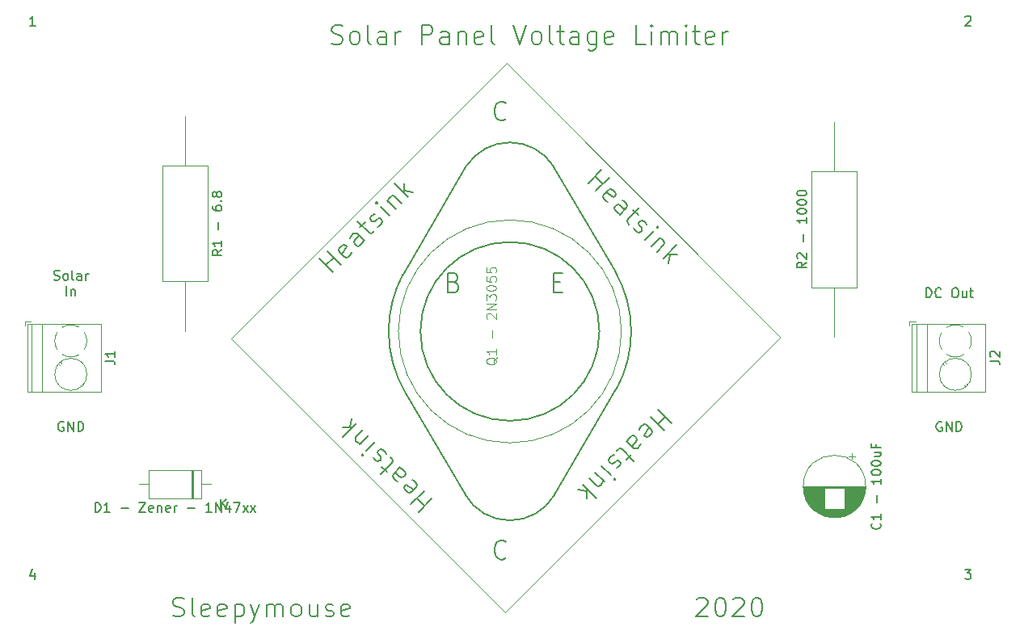
<source format=gbr>
G04 #@! TF.GenerationSoftware,KiCad,Pcbnew,(5.1.5)-3*
G04 #@! TF.CreationDate,2020-09-01T19:36:17+01:00*
G04 #@! TF.ProjectId,solarVoltageLimiter,736f6c61-7256-46f6-9c74-6167654c696d,1.0.1*
G04 #@! TF.SameCoordinates,Original*
G04 #@! TF.FileFunction,Legend,Top*
G04 #@! TF.FilePolarity,Positive*
%FSLAX46Y46*%
G04 Gerber Fmt 4.6, Leading zero omitted, Abs format (unit mm)*
G04 Created by KiCad (PCBNEW (5.1.5)-3) date 2020-09-01 19:36:17*
%MOMM*%
%LPD*%
G04 APERTURE LIST*
%ADD10C,0.150000*%
%ADD11C,0.120000*%
%ADD12C,0.050800*%
%ADD13C,0.152400*%
%ADD14C,0.015000*%
G04 APERTURE END LIST*
D10*
X117815060Y-102535533D02*
X116400846Y-103949747D01*
X117074281Y-103276312D02*
X116266159Y-102468190D01*
X117006938Y-101727411D02*
X115592724Y-103141625D01*
X115727411Y-100582572D02*
X115929442Y-100649915D01*
X116198816Y-100919289D01*
X116266159Y-101121320D01*
X116198816Y-101323350D01*
X115660068Y-101862098D01*
X115458037Y-101929442D01*
X115256007Y-101862098D01*
X114986633Y-101592724D01*
X114919289Y-101390694D01*
X114986633Y-101188663D01*
X115121320Y-101053976D01*
X115929442Y-101592724D01*
X114515228Y-99235702D02*
X113774450Y-99976480D01*
X113707106Y-100178511D01*
X113774450Y-100380541D01*
X114043824Y-100649915D01*
X114245854Y-100717259D01*
X114447885Y-99303045D02*
X114649915Y-99370389D01*
X114986633Y-99707106D01*
X115053976Y-99909137D01*
X114986633Y-100111167D01*
X114851946Y-100245854D01*
X114649915Y-100313198D01*
X114447885Y-100245854D01*
X114111167Y-99909137D01*
X113909137Y-99841793D01*
X113101015Y-99707106D02*
X112562267Y-99168358D01*
X112427580Y-99976480D02*
X113639763Y-98764297D01*
X113707106Y-98562267D01*
X113639763Y-98360236D01*
X113505076Y-98225549D01*
X113033671Y-97888832D02*
X112966328Y-97686801D01*
X112696954Y-97417427D01*
X112494923Y-97350084D01*
X112292893Y-97417427D01*
X112225549Y-97484771D01*
X112158206Y-97686801D01*
X112225549Y-97888832D01*
X112427580Y-98090862D01*
X112494923Y-98292893D01*
X112427580Y-98494923D01*
X112360236Y-98562267D01*
X112158206Y-98629610D01*
X111956175Y-98562267D01*
X111754145Y-98360236D01*
X111686801Y-98158206D01*
X111888832Y-96609305D02*
X110946023Y-97552114D01*
X110474618Y-98023519D02*
X110609305Y-98023519D01*
X110609305Y-97888832D01*
X110474618Y-97888832D01*
X110474618Y-98023519D01*
X110609305Y-97888832D01*
X110272588Y-96878679D02*
X111215397Y-95935870D01*
X110407275Y-96743992D02*
X110272588Y-96743992D01*
X110070557Y-96676649D01*
X109868527Y-96474618D01*
X109801183Y-96272588D01*
X109868527Y-96070557D01*
X110609305Y-95329779D01*
X109935870Y-94656344D02*
X108521657Y-96070557D01*
X109262435Y-95060405D02*
X109397122Y-94117596D01*
X108454313Y-95060405D02*
X109531809Y-95060405D01*
X134184939Y-69464466D02*
X135599153Y-68050252D01*
X134925718Y-68723687D02*
X135733840Y-69531809D01*
X134993061Y-70272588D02*
X136407275Y-68858374D01*
X136272588Y-71417427D02*
X136070557Y-71350084D01*
X135801183Y-71080710D01*
X135733840Y-70878679D01*
X135801183Y-70676649D01*
X136339931Y-70137901D01*
X136541962Y-70070557D01*
X136743992Y-70137901D01*
X137013366Y-70407275D01*
X137080710Y-70609305D01*
X137013366Y-70811336D01*
X136878679Y-70946023D01*
X136070557Y-70407275D01*
X137484771Y-72764297D02*
X138225549Y-72023519D01*
X138292893Y-71821488D01*
X138225549Y-71619458D01*
X137956175Y-71350084D01*
X137754145Y-71282740D01*
X137552114Y-72696954D02*
X137350084Y-72629610D01*
X137013366Y-72292893D01*
X136946023Y-72090862D01*
X137013366Y-71888832D01*
X137148053Y-71754145D01*
X137350084Y-71686801D01*
X137552114Y-71754145D01*
X137888832Y-72090862D01*
X138090862Y-72158206D01*
X138898984Y-72292893D02*
X139437732Y-72831641D01*
X139572419Y-72023519D02*
X138360236Y-73235702D01*
X138292893Y-73437732D01*
X138360236Y-73639763D01*
X138494923Y-73774450D01*
X138966328Y-74111167D02*
X139033671Y-74313198D01*
X139303045Y-74582572D01*
X139505076Y-74649915D01*
X139707106Y-74582572D01*
X139774450Y-74515228D01*
X139841793Y-74313198D01*
X139774450Y-74111167D01*
X139572419Y-73909137D01*
X139505076Y-73707106D01*
X139572419Y-73505076D01*
X139639763Y-73437732D01*
X139841793Y-73370389D01*
X140043824Y-73437732D01*
X140245854Y-73639763D01*
X140313198Y-73841793D01*
X140111167Y-75390694D02*
X141053976Y-74447885D01*
X141525381Y-73976480D02*
X141390694Y-73976480D01*
X141390694Y-74111167D01*
X141525381Y-74111167D01*
X141525381Y-73976480D01*
X141390694Y-74111167D01*
X141727411Y-75121320D02*
X140784602Y-76064129D01*
X141592724Y-75256007D02*
X141727411Y-75256007D01*
X141929442Y-75323350D01*
X142131472Y-75525381D01*
X142198816Y-75727411D01*
X142131472Y-75929442D01*
X141390694Y-76670220D01*
X142064129Y-77343655D02*
X143478342Y-75929442D01*
X142737564Y-76939594D02*
X142602877Y-77882403D01*
X143545686Y-76939594D02*
X142468190Y-76939594D01*
X141535533Y-93184939D02*
X142949747Y-94599153D01*
X142276312Y-93925718D02*
X141468190Y-94733840D01*
X140727411Y-93993061D02*
X142141625Y-95407275D01*
X139582572Y-95272588D02*
X139649915Y-95070557D01*
X139919289Y-94801183D01*
X140121320Y-94733840D01*
X140323350Y-94801183D01*
X140862098Y-95339931D01*
X140929442Y-95541962D01*
X140862098Y-95743992D01*
X140592724Y-96013366D01*
X140390694Y-96080710D01*
X140188663Y-96013366D01*
X140053976Y-95878679D01*
X140592724Y-95070557D01*
X138235702Y-96484771D02*
X138976480Y-97225549D01*
X139178511Y-97292893D01*
X139380541Y-97225549D01*
X139649915Y-96956175D01*
X139717259Y-96754145D01*
X138303045Y-96552114D02*
X138370389Y-96350084D01*
X138707106Y-96013366D01*
X138909137Y-95946023D01*
X139111167Y-96013366D01*
X139245854Y-96148053D01*
X139313198Y-96350084D01*
X139245854Y-96552114D01*
X138909137Y-96888832D01*
X138841793Y-97090862D01*
X138707106Y-97898984D02*
X138168358Y-98437732D01*
X138976480Y-98572419D02*
X137764297Y-97360236D01*
X137562267Y-97292893D01*
X137360236Y-97360236D01*
X137225549Y-97494923D01*
X136888832Y-97966328D02*
X136686801Y-98033671D01*
X136417427Y-98303045D01*
X136350084Y-98505076D01*
X136417427Y-98707106D01*
X136484771Y-98774450D01*
X136686801Y-98841793D01*
X136888832Y-98774450D01*
X137090862Y-98572419D01*
X137292893Y-98505076D01*
X137494923Y-98572419D01*
X137562267Y-98639763D01*
X137629610Y-98841793D01*
X137562267Y-99043824D01*
X137360236Y-99245854D01*
X137158206Y-99313198D01*
X135609305Y-99111167D02*
X136552114Y-100053976D01*
X137023519Y-100525381D02*
X137023519Y-100390694D01*
X136888832Y-100390694D01*
X136888832Y-100525381D01*
X137023519Y-100525381D01*
X136888832Y-100390694D01*
X135878679Y-100727411D02*
X134935870Y-99784602D01*
X135743992Y-100592724D02*
X135743992Y-100727411D01*
X135676649Y-100929442D01*
X135474618Y-101131472D01*
X135272588Y-101198816D01*
X135070557Y-101131472D01*
X134329779Y-100390694D01*
X133656344Y-101064129D02*
X135070557Y-102478342D01*
X134060405Y-101737564D02*
X133117596Y-101602877D01*
X134060405Y-102545686D02*
X134060405Y-101468190D01*
X107464466Y-78815060D02*
X106050252Y-77400846D01*
X106723687Y-78074281D02*
X107531809Y-77266159D01*
X108272588Y-78006938D02*
X106858374Y-76592724D01*
X109417427Y-76727411D02*
X109350084Y-76929442D01*
X109080710Y-77198816D01*
X108878679Y-77266159D01*
X108676649Y-77198816D01*
X108137901Y-76660068D01*
X108070557Y-76458037D01*
X108137901Y-76256007D01*
X108407275Y-75986633D01*
X108609305Y-75919289D01*
X108811336Y-75986633D01*
X108946023Y-76121320D01*
X108407275Y-76929442D01*
X110764297Y-75515228D02*
X110023519Y-74774450D01*
X109821488Y-74707106D01*
X109619458Y-74774450D01*
X109350084Y-75043824D01*
X109282740Y-75245854D01*
X110696954Y-75447885D02*
X110629610Y-75649915D01*
X110292893Y-75986633D01*
X110090862Y-76053976D01*
X109888832Y-75986633D01*
X109754145Y-75851946D01*
X109686801Y-75649915D01*
X109754145Y-75447885D01*
X110090862Y-75111167D01*
X110158206Y-74909137D01*
X110292893Y-74101015D02*
X110831641Y-73562267D01*
X110023519Y-73427580D02*
X111235702Y-74639763D01*
X111437732Y-74707106D01*
X111639763Y-74639763D01*
X111774450Y-74505076D01*
X112111167Y-74033671D02*
X112313198Y-73966328D01*
X112582572Y-73696954D01*
X112649915Y-73494923D01*
X112582572Y-73292893D01*
X112515228Y-73225549D01*
X112313198Y-73158206D01*
X112111167Y-73225549D01*
X111909137Y-73427580D01*
X111707106Y-73494923D01*
X111505076Y-73427580D01*
X111437732Y-73360236D01*
X111370389Y-73158206D01*
X111437732Y-72956175D01*
X111639763Y-72754145D01*
X111841793Y-72686801D01*
X113390694Y-72888832D02*
X112447885Y-71946023D01*
X111976480Y-71474618D02*
X111976480Y-71609305D01*
X112111167Y-71609305D01*
X112111167Y-71474618D01*
X111976480Y-71474618D01*
X112111167Y-71609305D01*
X113121320Y-71272588D02*
X114064129Y-72215397D01*
X113256007Y-71407275D02*
X113256007Y-71272588D01*
X113323350Y-71070557D01*
X113525381Y-70868527D01*
X113727411Y-70801183D01*
X113929442Y-70868527D01*
X114670220Y-71609305D01*
X115343655Y-70935870D02*
X113929442Y-69521657D01*
X114939594Y-70262435D02*
X115882403Y-70397122D01*
X114939594Y-69454313D02*
X114939594Y-70531809D01*
X107333333Y-54809523D02*
X107619047Y-54904761D01*
X108095238Y-54904761D01*
X108285714Y-54809523D01*
X108380952Y-54714285D01*
X108476190Y-54523809D01*
X108476190Y-54333333D01*
X108380952Y-54142857D01*
X108285714Y-54047619D01*
X108095238Y-53952380D01*
X107714285Y-53857142D01*
X107523809Y-53761904D01*
X107428571Y-53666666D01*
X107333333Y-53476190D01*
X107333333Y-53285714D01*
X107428571Y-53095238D01*
X107523809Y-53000000D01*
X107714285Y-52904761D01*
X108190476Y-52904761D01*
X108476190Y-53000000D01*
X109619047Y-54904761D02*
X109428571Y-54809523D01*
X109333333Y-54714285D01*
X109238095Y-54523809D01*
X109238095Y-53952380D01*
X109333333Y-53761904D01*
X109428571Y-53666666D01*
X109619047Y-53571428D01*
X109904761Y-53571428D01*
X110095238Y-53666666D01*
X110190476Y-53761904D01*
X110285714Y-53952380D01*
X110285714Y-54523809D01*
X110190476Y-54714285D01*
X110095238Y-54809523D01*
X109904761Y-54904761D01*
X109619047Y-54904761D01*
X111428571Y-54904761D02*
X111238095Y-54809523D01*
X111142857Y-54619047D01*
X111142857Y-52904761D01*
X113047619Y-54904761D02*
X113047619Y-53857142D01*
X112952380Y-53666666D01*
X112761904Y-53571428D01*
X112380952Y-53571428D01*
X112190476Y-53666666D01*
X113047619Y-54809523D02*
X112857142Y-54904761D01*
X112380952Y-54904761D01*
X112190476Y-54809523D01*
X112095238Y-54619047D01*
X112095238Y-54428571D01*
X112190476Y-54238095D01*
X112380952Y-54142857D01*
X112857142Y-54142857D01*
X113047619Y-54047619D01*
X114000000Y-54904761D02*
X114000000Y-53571428D01*
X114000000Y-53952380D02*
X114095238Y-53761904D01*
X114190476Y-53666666D01*
X114380952Y-53571428D01*
X114571428Y-53571428D01*
X116761904Y-54904761D02*
X116761904Y-52904761D01*
X117523809Y-52904761D01*
X117714285Y-53000000D01*
X117809523Y-53095238D01*
X117904761Y-53285714D01*
X117904761Y-53571428D01*
X117809523Y-53761904D01*
X117714285Y-53857142D01*
X117523809Y-53952380D01*
X116761904Y-53952380D01*
X119619047Y-54904761D02*
X119619047Y-53857142D01*
X119523809Y-53666666D01*
X119333333Y-53571428D01*
X118952380Y-53571428D01*
X118761904Y-53666666D01*
X119619047Y-54809523D02*
X119428571Y-54904761D01*
X118952380Y-54904761D01*
X118761904Y-54809523D01*
X118666666Y-54619047D01*
X118666666Y-54428571D01*
X118761904Y-54238095D01*
X118952380Y-54142857D01*
X119428571Y-54142857D01*
X119619047Y-54047619D01*
X120571428Y-53571428D02*
X120571428Y-54904761D01*
X120571428Y-53761904D02*
X120666666Y-53666666D01*
X120857142Y-53571428D01*
X121142857Y-53571428D01*
X121333333Y-53666666D01*
X121428571Y-53857142D01*
X121428571Y-54904761D01*
X123142857Y-54809523D02*
X122952380Y-54904761D01*
X122571428Y-54904761D01*
X122380952Y-54809523D01*
X122285714Y-54619047D01*
X122285714Y-53857142D01*
X122380952Y-53666666D01*
X122571428Y-53571428D01*
X122952380Y-53571428D01*
X123142857Y-53666666D01*
X123238095Y-53857142D01*
X123238095Y-54047619D01*
X122285714Y-54238095D01*
X124380952Y-54904761D02*
X124190476Y-54809523D01*
X124095238Y-54619047D01*
X124095238Y-52904761D01*
X126380952Y-52904761D02*
X127047619Y-54904761D01*
X127714285Y-52904761D01*
X128666666Y-54904761D02*
X128476190Y-54809523D01*
X128380952Y-54714285D01*
X128285714Y-54523809D01*
X128285714Y-53952380D01*
X128380952Y-53761904D01*
X128476190Y-53666666D01*
X128666666Y-53571428D01*
X128952380Y-53571428D01*
X129142857Y-53666666D01*
X129238095Y-53761904D01*
X129333333Y-53952380D01*
X129333333Y-54523809D01*
X129238095Y-54714285D01*
X129142857Y-54809523D01*
X128952380Y-54904761D01*
X128666666Y-54904761D01*
X130476190Y-54904761D02*
X130285714Y-54809523D01*
X130190476Y-54619047D01*
X130190476Y-52904761D01*
X130952380Y-53571428D02*
X131714285Y-53571428D01*
X131238095Y-52904761D02*
X131238095Y-54619047D01*
X131333333Y-54809523D01*
X131523809Y-54904761D01*
X131714285Y-54904761D01*
X133238095Y-54904761D02*
X133238095Y-53857142D01*
X133142857Y-53666666D01*
X132952380Y-53571428D01*
X132571428Y-53571428D01*
X132380952Y-53666666D01*
X133238095Y-54809523D02*
X133047619Y-54904761D01*
X132571428Y-54904761D01*
X132380952Y-54809523D01*
X132285714Y-54619047D01*
X132285714Y-54428571D01*
X132380952Y-54238095D01*
X132571428Y-54142857D01*
X133047619Y-54142857D01*
X133238095Y-54047619D01*
X135047619Y-53571428D02*
X135047619Y-55190476D01*
X134952380Y-55380952D01*
X134857142Y-55476190D01*
X134666666Y-55571428D01*
X134380952Y-55571428D01*
X134190476Y-55476190D01*
X135047619Y-54809523D02*
X134857142Y-54904761D01*
X134476190Y-54904761D01*
X134285714Y-54809523D01*
X134190476Y-54714285D01*
X134095238Y-54523809D01*
X134095238Y-53952380D01*
X134190476Y-53761904D01*
X134285714Y-53666666D01*
X134476190Y-53571428D01*
X134857142Y-53571428D01*
X135047619Y-53666666D01*
X136761904Y-54809523D02*
X136571428Y-54904761D01*
X136190476Y-54904761D01*
X136000000Y-54809523D01*
X135904761Y-54619047D01*
X135904761Y-53857142D01*
X136000000Y-53666666D01*
X136190476Y-53571428D01*
X136571428Y-53571428D01*
X136761904Y-53666666D01*
X136857142Y-53857142D01*
X136857142Y-54047619D01*
X135904761Y-54238095D01*
X140190476Y-54904761D02*
X139238095Y-54904761D01*
X139238095Y-52904761D01*
X140857142Y-54904761D02*
X140857142Y-53571428D01*
X140857142Y-52904761D02*
X140761904Y-53000000D01*
X140857142Y-53095238D01*
X140952380Y-53000000D01*
X140857142Y-52904761D01*
X140857142Y-53095238D01*
X141809523Y-54904761D02*
X141809523Y-53571428D01*
X141809523Y-53761904D02*
X141904761Y-53666666D01*
X142095238Y-53571428D01*
X142380952Y-53571428D01*
X142571428Y-53666666D01*
X142666666Y-53857142D01*
X142666666Y-54904761D01*
X142666666Y-53857142D02*
X142761904Y-53666666D01*
X142952380Y-53571428D01*
X143238095Y-53571428D01*
X143428571Y-53666666D01*
X143523809Y-53857142D01*
X143523809Y-54904761D01*
X144476190Y-54904761D02*
X144476190Y-53571428D01*
X144476190Y-52904761D02*
X144380952Y-53000000D01*
X144476190Y-53095238D01*
X144571428Y-53000000D01*
X144476190Y-52904761D01*
X144476190Y-53095238D01*
X145142857Y-53571428D02*
X145904761Y-53571428D01*
X145428571Y-52904761D02*
X145428571Y-54619047D01*
X145523809Y-54809523D01*
X145714285Y-54904761D01*
X145904761Y-54904761D01*
X147333333Y-54809523D02*
X147142857Y-54904761D01*
X146761904Y-54904761D01*
X146571428Y-54809523D01*
X146476190Y-54619047D01*
X146476190Y-53857142D01*
X146571428Y-53666666D01*
X146761904Y-53571428D01*
X147142857Y-53571428D01*
X147333333Y-53666666D01*
X147428571Y-53857142D01*
X147428571Y-54047619D01*
X146476190Y-54238095D01*
X148285714Y-54904761D02*
X148285714Y-53571428D01*
X148285714Y-53952380D02*
X148380952Y-53761904D01*
X148476190Y-53666666D01*
X148666666Y-53571428D01*
X148857142Y-53571428D01*
X145571428Y-113095238D02*
X145666666Y-113000000D01*
X145857142Y-112904761D01*
X146333333Y-112904761D01*
X146523809Y-113000000D01*
X146619047Y-113095238D01*
X146714285Y-113285714D01*
X146714285Y-113476190D01*
X146619047Y-113761904D01*
X145476190Y-114904761D01*
X146714285Y-114904761D01*
X147952380Y-112904761D02*
X148142857Y-112904761D01*
X148333333Y-113000000D01*
X148428571Y-113095238D01*
X148523809Y-113285714D01*
X148619047Y-113666666D01*
X148619047Y-114142857D01*
X148523809Y-114523809D01*
X148428571Y-114714285D01*
X148333333Y-114809523D01*
X148142857Y-114904761D01*
X147952380Y-114904761D01*
X147761904Y-114809523D01*
X147666666Y-114714285D01*
X147571428Y-114523809D01*
X147476190Y-114142857D01*
X147476190Y-113666666D01*
X147571428Y-113285714D01*
X147666666Y-113095238D01*
X147761904Y-113000000D01*
X147952380Y-112904761D01*
X149380952Y-113095238D02*
X149476190Y-113000000D01*
X149666666Y-112904761D01*
X150142857Y-112904761D01*
X150333333Y-113000000D01*
X150428571Y-113095238D01*
X150523809Y-113285714D01*
X150523809Y-113476190D01*
X150428571Y-113761904D01*
X149285714Y-114904761D01*
X150523809Y-114904761D01*
X151761904Y-112904761D02*
X151952380Y-112904761D01*
X152142857Y-113000000D01*
X152238095Y-113095238D01*
X152333333Y-113285714D01*
X152428571Y-113666666D01*
X152428571Y-114142857D01*
X152333333Y-114523809D01*
X152238095Y-114714285D01*
X152142857Y-114809523D01*
X151952380Y-114904761D01*
X151761904Y-114904761D01*
X151571428Y-114809523D01*
X151476190Y-114714285D01*
X151380952Y-114523809D01*
X151285714Y-114142857D01*
X151285714Y-113666666D01*
X151380952Y-113285714D01*
X151476190Y-113095238D01*
X151571428Y-113000000D01*
X151761904Y-112904761D01*
X90714285Y-114809523D02*
X91000000Y-114904761D01*
X91476190Y-114904761D01*
X91666666Y-114809523D01*
X91761904Y-114714285D01*
X91857142Y-114523809D01*
X91857142Y-114333333D01*
X91761904Y-114142857D01*
X91666666Y-114047619D01*
X91476190Y-113952380D01*
X91095238Y-113857142D01*
X90904761Y-113761904D01*
X90809523Y-113666666D01*
X90714285Y-113476190D01*
X90714285Y-113285714D01*
X90809523Y-113095238D01*
X90904761Y-113000000D01*
X91095238Y-112904761D01*
X91571428Y-112904761D01*
X91857142Y-113000000D01*
X93000000Y-114904761D02*
X92809523Y-114809523D01*
X92714285Y-114619047D01*
X92714285Y-112904761D01*
X94523809Y-114809523D02*
X94333333Y-114904761D01*
X93952380Y-114904761D01*
X93761904Y-114809523D01*
X93666666Y-114619047D01*
X93666666Y-113857142D01*
X93761904Y-113666666D01*
X93952380Y-113571428D01*
X94333333Y-113571428D01*
X94523809Y-113666666D01*
X94619047Y-113857142D01*
X94619047Y-114047619D01*
X93666666Y-114238095D01*
X96238095Y-114809523D02*
X96047619Y-114904761D01*
X95666666Y-114904761D01*
X95476190Y-114809523D01*
X95380952Y-114619047D01*
X95380952Y-113857142D01*
X95476190Y-113666666D01*
X95666666Y-113571428D01*
X96047619Y-113571428D01*
X96238095Y-113666666D01*
X96333333Y-113857142D01*
X96333333Y-114047619D01*
X95380952Y-114238095D01*
X97190476Y-113571428D02*
X97190476Y-115571428D01*
X97190476Y-113666666D02*
X97380952Y-113571428D01*
X97761904Y-113571428D01*
X97952380Y-113666666D01*
X98047619Y-113761904D01*
X98142857Y-113952380D01*
X98142857Y-114523809D01*
X98047619Y-114714285D01*
X97952380Y-114809523D01*
X97761904Y-114904761D01*
X97380952Y-114904761D01*
X97190476Y-114809523D01*
X98809523Y-113571428D02*
X99285714Y-114904761D01*
X99761904Y-113571428D02*
X99285714Y-114904761D01*
X99095238Y-115380952D01*
X99000000Y-115476190D01*
X98809523Y-115571428D01*
X100523809Y-114904761D02*
X100523809Y-113571428D01*
X100523809Y-113761904D02*
X100619047Y-113666666D01*
X100809523Y-113571428D01*
X101095238Y-113571428D01*
X101285714Y-113666666D01*
X101380952Y-113857142D01*
X101380952Y-114904761D01*
X101380952Y-113857142D02*
X101476190Y-113666666D01*
X101666666Y-113571428D01*
X101952380Y-113571428D01*
X102142857Y-113666666D01*
X102238095Y-113857142D01*
X102238095Y-114904761D01*
X103476190Y-114904761D02*
X103285714Y-114809523D01*
X103190476Y-114714285D01*
X103095238Y-114523809D01*
X103095238Y-113952380D01*
X103190476Y-113761904D01*
X103285714Y-113666666D01*
X103476190Y-113571428D01*
X103761904Y-113571428D01*
X103952380Y-113666666D01*
X104047619Y-113761904D01*
X104142857Y-113952380D01*
X104142857Y-114523809D01*
X104047619Y-114714285D01*
X103952380Y-114809523D01*
X103761904Y-114904761D01*
X103476190Y-114904761D01*
X105857142Y-113571428D02*
X105857142Y-114904761D01*
X105000000Y-113571428D02*
X105000000Y-114619047D01*
X105095238Y-114809523D01*
X105285714Y-114904761D01*
X105571428Y-114904761D01*
X105761904Y-114809523D01*
X105857142Y-114714285D01*
X106714285Y-114809523D02*
X106904761Y-114904761D01*
X107285714Y-114904761D01*
X107476190Y-114809523D01*
X107571428Y-114619047D01*
X107571428Y-114523809D01*
X107476190Y-114333333D01*
X107285714Y-114238095D01*
X107000000Y-114238095D01*
X106809523Y-114142857D01*
X106714285Y-113952380D01*
X106714285Y-113857142D01*
X106809523Y-113666666D01*
X107000000Y-113571428D01*
X107285714Y-113571428D01*
X107476190Y-113666666D01*
X109190476Y-114809523D02*
X109000000Y-114904761D01*
X108619047Y-114904761D01*
X108428571Y-114809523D01*
X108333333Y-114619047D01*
X108333333Y-113857142D01*
X108428571Y-113666666D01*
X108619047Y-113571428D01*
X109000000Y-113571428D01*
X109190476Y-113666666D01*
X109285714Y-113857142D01*
X109285714Y-114047619D01*
X108333333Y-114238095D01*
X130571428Y-79857142D02*
X131238095Y-79857142D01*
X131523809Y-80904761D02*
X130571428Y-80904761D01*
X130571428Y-78904761D01*
X131523809Y-78904761D01*
X120142857Y-79857142D02*
X120428571Y-79952380D01*
X120523809Y-80047619D01*
X120619047Y-80238095D01*
X120619047Y-80523809D01*
X120523809Y-80714285D01*
X120428571Y-80809523D01*
X120238095Y-80904761D01*
X119476190Y-80904761D01*
X119476190Y-78904761D01*
X120142857Y-78904761D01*
X120333333Y-79000000D01*
X120428571Y-79095238D01*
X120523809Y-79285714D01*
X120523809Y-79476190D01*
X120428571Y-79666666D01*
X120333333Y-79761904D01*
X120142857Y-79857142D01*
X119476190Y-79857142D01*
X125619047Y-62714285D02*
X125523809Y-62809523D01*
X125238095Y-62904761D01*
X125047619Y-62904761D01*
X124761904Y-62809523D01*
X124571428Y-62619047D01*
X124476190Y-62428571D01*
X124380952Y-62047619D01*
X124380952Y-61761904D01*
X124476190Y-61380952D01*
X124571428Y-61190476D01*
X124761904Y-61000000D01*
X125047619Y-60904761D01*
X125238095Y-60904761D01*
X125523809Y-61000000D01*
X125619047Y-61095238D01*
X125619047Y-108714285D02*
X125523809Y-108809523D01*
X125238095Y-108904761D01*
X125047619Y-108904761D01*
X124761904Y-108809523D01*
X124571428Y-108619047D01*
X124476190Y-108428571D01*
X124380952Y-108047619D01*
X124380952Y-107761904D01*
X124476190Y-107380952D01*
X124571428Y-107190476D01*
X124761904Y-107000000D01*
X125047619Y-106904761D01*
X125238095Y-106904761D01*
X125523809Y-107000000D01*
X125619047Y-107095238D01*
X78238095Y-79579761D02*
X78380952Y-79627380D01*
X78619047Y-79627380D01*
X78714285Y-79579761D01*
X78761904Y-79532142D01*
X78809523Y-79436904D01*
X78809523Y-79341666D01*
X78761904Y-79246428D01*
X78714285Y-79198809D01*
X78619047Y-79151190D01*
X78428571Y-79103571D01*
X78333333Y-79055952D01*
X78285714Y-79008333D01*
X78238095Y-78913095D01*
X78238095Y-78817857D01*
X78285714Y-78722619D01*
X78333333Y-78675000D01*
X78428571Y-78627380D01*
X78666666Y-78627380D01*
X78809523Y-78675000D01*
X79380952Y-79627380D02*
X79285714Y-79579761D01*
X79238095Y-79532142D01*
X79190476Y-79436904D01*
X79190476Y-79151190D01*
X79238095Y-79055952D01*
X79285714Y-79008333D01*
X79380952Y-78960714D01*
X79523809Y-78960714D01*
X79619047Y-79008333D01*
X79666666Y-79055952D01*
X79714285Y-79151190D01*
X79714285Y-79436904D01*
X79666666Y-79532142D01*
X79619047Y-79579761D01*
X79523809Y-79627380D01*
X79380952Y-79627380D01*
X80285714Y-79627380D02*
X80190476Y-79579761D01*
X80142857Y-79484523D01*
X80142857Y-78627380D01*
X81095238Y-79627380D02*
X81095238Y-79103571D01*
X81047619Y-79008333D01*
X80952380Y-78960714D01*
X80761904Y-78960714D01*
X80666666Y-79008333D01*
X81095238Y-79579761D02*
X81000000Y-79627380D01*
X80761904Y-79627380D01*
X80666666Y-79579761D01*
X80619047Y-79484523D01*
X80619047Y-79389285D01*
X80666666Y-79294047D01*
X80761904Y-79246428D01*
X81000000Y-79246428D01*
X81095238Y-79198809D01*
X81571428Y-79627380D02*
X81571428Y-78960714D01*
X81571428Y-79151190D02*
X81619047Y-79055952D01*
X81666666Y-79008333D01*
X81761904Y-78960714D01*
X81857142Y-78960714D01*
X79547619Y-81277380D02*
X79547619Y-80277380D01*
X80023809Y-80610714D02*
X80023809Y-81277380D01*
X80023809Y-80705952D02*
X80071428Y-80658333D01*
X80166666Y-80610714D01*
X80309523Y-80610714D01*
X80404761Y-80658333D01*
X80452380Y-80753571D01*
X80452380Y-81277380D01*
X169595238Y-81452380D02*
X169595238Y-80452380D01*
X169833333Y-80452380D01*
X169976190Y-80500000D01*
X170071428Y-80595238D01*
X170119047Y-80690476D01*
X170166666Y-80880952D01*
X170166666Y-81023809D01*
X170119047Y-81214285D01*
X170071428Y-81309523D01*
X169976190Y-81404761D01*
X169833333Y-81452380D01*
X169595238Y-81452380D01*
X171166666Y-81357142D02*
X171119047Y-81404761D01*
X170976190Y-81452380D01*
X170880952Y-81452380D01*
X170738095Y-81404761D01*
X170642857Y-81309523D01*
X170595238Y-81214285D01*
X170547619Y-81023809D01*
X170547619Y-80880952D01*
X170595238Y-80690476D01*
X170642857Y-80595238D01*
X170738095Y-80500000D01*
X170880952Y-80452380D01*
X170976190Y-80452380D01*
X171119047Y-80500000D01*
X171166666Y-80547619D01*
X172547619Y-80452380D02*
X172738095Y-80452380D01*
X172833333Y-80500000D01*
X172928571Y-80595238D01*
X172976190Y-80785714D01*
X172976190Y-81119047D01*
X172928571Y-81309523D01*
X172833333Y-81404761D01*
X172738095Y-81452380D01*
X172547619Y-81452380D01*
X172452380Y-81404761D01*
X172357142Y-81309523D01*
X172309523Y-81119047D01*
X172309523Y-80785714D01*
X172357142Y-80595238D01*
X172452380Y-80500000D01*
X172547619Y-80452380D01*
X173833333Y-80785714D02*
X173833333Y-81452380D01*
X173404761Y-80785714D02*
X173404761Y-81309523D01*
X173452380Y-81404761D01*
X173547619Y-81452380D01*
X173690476Y-81452380D01*
X173785714Y-81404761D01*
X173833333Y-81357142D01*
X174166666Y-80785714D02*
X174547619Y-80785714D01*
X174309523Y-80452380D02*
X174309523Y-81309523D01*
X174357142Y-81404761D01*
X174452380Y-81452380D01*
X174547619Y-81452380D01*
X171238095Y-94500000D02*
X171142857Y-94452380D01*
X171000000Y-94452380D01*
X170857142Y-94500000D01*
X170761904Y-94595238D01*
X170714285Y-94690476D01*
X170666666Y-94880952D01*
X170666666Y-95023809D01*
X170714285Y-95214285D01*
X170761904Y-95309523D01*
X170857142Y-95404761D01*
X171000000Y-95452380D01*
X171095238Y-95452380D01*
X171238095Y-95404761D01*
X171285714Y-95357142D01*
X171285714Y-95023809D01*
X171095238Y-95023809D01*
X171714285Y-95452380D02*
X171714285Y-94452380D01*
X172285714Y-95452380D01*
X172285714Y-94452380D01*
X172761904Y-95452380D02*
X172761904Y-94452380D01*
X173000000Y-94452380D01*
X173142857Y-94500000D01*
X173238095Y-94595238D01*
X173285714Y-94690476D01*
X173333333Y-94880952D01*
X173333333Y-95023809D01*
X173285714Y-95214285D01*
X173238095Y-95309523D01*
X173142857Y-95404761D01*
X173000000Y-95452380D01*
X172761904Y-95452380D01*
X79238095Y-94500000D02*
X79142857Y-94452380D01*
X79000000Y-94452380D01*
X78857142Y-94500000D01*
X78761904Y-94595238D01*
X78714285Y-94690476D01*
X78666666Y-94880952D01*
X78666666Y-95023809D01*
X78714285Y-95214285D01*
X78761904Y-95309523D01*
X78857142Y-95404761D01*
X79000000Y-95452380D01*
X79095238Y-95452380D01*
X79238095Y-95404761D01*
X79285714Y-95357142D01*
X79285714Y-95023809D01*
X79095238Y-95023809D01*
X79714285Y-95452380D02*
X79714285Y-94452380D01*
X80285714Y-95452380D01*
X80285714Y-94452380D01*
X80761904Y-95452380D02*
X80761904Y-94452380D01*
X81000000Y-94452380D01*
X81142857Y-94500000D01*
X81238095Y-94595238D01*
X81285714Y-94690476D01*
X81333333Y-94880952D01*
X81333333Y-95023809D01*
X81285714Y-95214285D01*
X81238095Y-95309523D01*
X81142857Y-95404761D01*
X81000000Y-95452380D01*
X80761904Y-95452380D01*
D11*
X125535503Y-114412161D02*
X96831012Y-85707670D01*
X154349553Y-85598111D02*
X125535503Y-114412161D01*
X125645062Y-56893621D02*
X154293875Y-85542434D01*
X96831012Y-85707670D02*
X125645062Y-56893621D01*
X163270000Y-101250000D02*
G75*
G03X163270000Y-101250000I-3270000J0D01*
G01*
X163230000Y-101250000D02*
X156770000Y-101250000D01*
X163230000Y-101290000D02*
X156770000Y-101290000D01*
X163230000Y-101330000D02*
X156770000Y-101330000D01*
X163228000Y-101370000D02*
X156772000Y-101370000D01*
X163227000Y-101410000D02*
X156773000Y-101410000D01*
X163224000Y-101450000D02*
X156776000Y-101450000D01*
X163222000Y-101490000D02*
X161040000Y-101490000D01*
X158960000Y-101490000D02*
X156778000Y-101490000D01*
X163218000Y-101530000D02*
X161040000Y-101530000D01*
X158960000Y-101530000D02*
X156782000Y-101530000D01*
X163215000Y-101570000D02*
X161040000Y-101570000D01*
X158960000Y-101570000D02*
X156785000Y-101570000D01*
X163211000Y-101610000D02*
X161040000Y-101610000D01*
X158960000Y-101610000D02*
X156789000Y-101610000D01*
X163206000Y-101650000D02*
X161040000Y-101650000D01*
X158960000Y-101650000D02*
X156794000Y-101650000D01*
X163201000Y-101690000D02*
X161040000Y-101690000D01*
X158960000Y-101690000D02*
X156799000Y-101690000D01*
X163195000Y-101730000D02*
X161040000Y-101730000D01*
X158960000Y-101730000D02*
X156805000Y-101730000D01*
X163189000Y-101770000D02*
X161040000Y-101770000D01*
X158960000Y-101770000D02*
X156811000Y-101770000D01*
X163182000Y-101810000D02*
X161040000Y-101810000D01*
X158960000Y-101810000D02*
X156818000Y-101810000D01*
X163175000Y-101850000D02*
X161040000Y-101850000D01*
X158960000Y-101850000D02*
X156825000Y-101850000D01*
X163167000Y-101890000D02*
X161040000Y-101890000D01*
X158960000Y-101890000D02*
X156833000Y-101890000D01*
X163159000Y-101930000D02*
X161040000Y-101930000D01*
X158960000Y-101930000D02*
X156841000Y-101930000D01*
X163150000Y-101971000D02*
X161040000Y-101971000D01*
X158960000Y-101971000D02*
X156850000Y-101971000D01*
X163141000Y-102011000D02*
X161040000Y-102011000D01*
X158960000Y-102011000D02*
X156859000Y-102011000D01*
X163131000Y-102051000D02*
X161040000Y-102051000D01*
X158960000Y-102051000D02*
X156869000Y-102051000D01*
X163121000Y-102091000D02*
X161040000Y-102091000D01*
X158960000Y-102091000D02*
X156879000Y-102091000D01*
X163110000Y-102131000D02*
X161040000Y-102131000D01*
X158960000Y-102131000D02*
X156890000Y-102131000D01*
X163098000Y-102171000D02*
X161040000Y-102171000D01*
X158960000Y-102171000D02*
X156902000Y-102171000D01*
X163086000Y-102211000D02*
X161040000Y-102211000D01*
X158960000Y-102211000D02*
X156914000Y-102211000D01*
X163074000Y-102251000D02*
X161040000Y-102251000D01*
X158960000Y-102251000D02*
X156926000Y-102251000D01*
X163061000Y-102291000D02*
X161040000Y-102291000D01*
X158960000Y-102291000D02*
X156939000Y-102291000D01*
X163047000Y-102331000D02*
X161040000Y-102331000D01*
X158960000Y-102331000D02*
X156953000Y-102331000D01*
X163033000Y-102371000D02*
X161040000Y-102371000D01*
X158960000Y-102371000D02*
X156967000Y-102371000D01*
X163018000Y-102411000D02*
X161040000Y-102411000D01*
X158960000Y-102411000D02*
X156982000Y-102411000D01*
X163002000Y-102451000D02*
X161040000Y-102451000D01*
X158960000Y-102451000D02*
X156998000Y-102451000D01*
X162986000Y-102491000D02*
X161040000Y-102491000D01*
X158960000Y-102491000D02*
X157014000Y-102491000D01*
X162970000Y-102531000D02*
X161040000Y-102531000D01*
X158960000Y-102531000D02*
X157030000Y-102531000D01*
X162952000Y-102571000D02*
X161040000Y-102571000D01*
X158960000Y-102571000D02*
X157048000Y-102571000D01*
X162934000Y-102611000D02*
X161040000Y-102611000D01*
X158960000Y-102611000D02*
X157066000Y-102611000D01*
X162916000Y-102651000D02*
X161040000Y-102651000D01*
X158960000Y-102651000D02*
X157084000Y-102651000D01*
X162896000Y-102691000D02*
X161040000Y-102691000D01*
X158960000Y-102691000D02*
X157104000Y-102691000D01*
X162876000Y-102731000D02*
X161040000Y-102731000D01*
X158960000Y-102731000D02*
X157124000Y-102731000D01*
X162856000Y-102771000D02*
X161040000Y-102771000D01*
X158960000Y-102771000D02*
X157144000Y-102771000D01*
X162834000Y-102811000D02*
X161040000Y-102811000D01*
X158960000Y-102811000D02*
X157166000Y-102811000D01*
X162812000Y-102851000D02*
X161040000Y-102851000D01*
X158960000Y-102851000D02*
X157188000Y-102851000D01*
X162790000Y-102891000D02*
X161040000Y-102891000D01*
X158960000Y-102891000D02*
X157210000Y-102891000D01*
X162766000Y-102931000D02*
X161040000Y-102931000D01*
X158960000Y-102931000D02*
X157234000Y-102931000D01*
X162742000Y-102971000D02*
X161040000Y-102971000D01*
X158960000Y-102971000D02*
X157258000Y-102971000D01*
X162716000Y-103011000D02*
X161040000Y-103011000D01*
X158960000Y-103011000D02*
X157284000Y-103011000D01*
X162690000Y-103051000D02*
X161040000Y-103051000D01*
X158960000Y-103051000D02*
X157310000Y-103051000D01*
X162664000Y-103091000D02*
X161040000Y-103091000D01*
X158960000Y-103091000D02*
X157336000Y-103091000D01*
X162636000Y-103131000D02*
X161040000Y-103131000D01*
X158960000Y-103131000D02*
X157364000Y-103131000D01*
X162607000Y-103171000D02*
X161040000Y-103171000D01*
X158960000Y-103171000D02*
X157393000Y-103171000D01*
X162578000Y-103211000D02*
X161040000Y-103211000D01*
X158960000Y-103211000D02*
X157422000Y-103211000D01*
X162548000Y-103251000D02*
X161040000Y-103251000D01*
X158960000Y-103251000D02*
X157452000Y-103251000D01*
X162516000Y-103291000D02*
X161040000Y-103291000D01*
X158960000Y-103291000D02*
X157484000Y-103291000D01*
X162484000Y-103331000D02*
X161040000Y-103331000D01*
X158960000Y-103331000D02*
X157516000Y-103331000D01*
X162450000Y-103371000D02*
X161040000Y-103371000D01*
X158960000Y-103371000D02*
X157550000Y-103371000D01*
X162416000Y-103411000D02*
X161040000Y-103411000D01*
X158960000Y-103411000D02*
X157584000Y-103411000D01*
X162380000Y-103451000D02*
X161040000Y-103451000D01*
X158960000Y-103451000D02*
X157620000Y-103451000D01*
X162343000Y-103491000D02*
X161040000Y-103491000D01*
X158960000Y-103491000D02*
X157657000Y-103491000D01*
X162305000Y-103531000D02*
X161040000Y-103531000D01*
X158960000Y-103531000D02*
X157695000Y-103531000D01*
X162265000Y-103571000D02*
X157735000Y-103571000D01*
X162224000Y-103611000D02*
X157776000Y-103611000D01*
X162182000Y-103651000D02*
X157818000Y-103651000D01*
X162137000Y-103691000D02*
X157863000Y-103691000D01*
X162092000Y-103731000D02*
X157908000Y-103731000D01*
X162044000Y-103771000D02*
X157956000Y-103771000D01*
X161995000Y-103811000D02*
X158005000Y-103811000D01*
X161944000Y-103851000D02*
X158056000Y-103851000D01*
X161890000Y-103891000D02*
X158110000Y-103891000D01*
X161834000Y-103931000D02*
X158166000Y-103931000D01*
X161776000Y-103971000D02*
X158224000Y-103971000D01*
X161714000Y-104011000D02*
X158286000Y-104011000D01*
X161650000Y-104051000D02*
X158350000Y-104051000D01*
X161581000Y-104091000D02*
X158419000Y-104091000D01*
X161509000Y-104131000D02*
X158491000Y-104131000D01*
X161432000Y-104171000D02*
X158568000Y-104171000D01*
X161350000Y-104211000D02*
X158650000Y-104211000D01*
X161262000Y-104251000D02*
X158738000Y-104251000D01*
X161165000Y-104291000D02*
X158835000Y-104291000D01*
X161059000Y-104331000D02*
X158941000Y-104331000D01*
X160940000Y-104371000D02*
X159060000Y-104371000D01*
X160802000Y-104411000D02*
X159198000Y-104411000D01*
X160633000Y-104451000D02*
X159367000Y-104451000D01*
X160402000Y-104491000D02*
X159598000Y-104491000D01*
X161839000Y-97749759D02*
X161839000Y-98379759D01*
X162154000Y-98064759D02*
X161524000Y-98064759D01*
X93640000Y-102470000D02*
X93640000Y-99530000D01*
X93640000Y-99530000D02*
X88200000Y-99530000D01*
X88200000Y-99530000D02*
X88200000Y-102470000D01*
X88200000Y-102470000D02*
X93640000Y-102470000D01*
X94660000Y-101000000D02*
X93640000Y-101000000D01*
X87180000Y-101000000D02*
X88200000Y-101000000D01*
X92740000Y-102470000D02*
X92740000Y-99530000D01*
X92620000Y-102470000D02*
X92620000Y-99530000D01*
X92860000Y-102470000D02*
X92860000Y-99530000D01*
X75200000Y-83950000D02*
X75200000Y-84350000D01*
X75840000Y-83950000D02*
X75200000Y-83950000D01*
X79059000Y-88355000D02*
X78931000Y-88226000D01*
X81275000Y-90570000D02*
X81181000Y-90476000D01*
X78819000Y-88525000D02*
X78726000Y-88431000D01*
X81069000Y-90775000D02*
X80941000Y-90646000D01*
X83160000Y-91310000D02*
X75440000Y-91310000D01*
X83160000Y-84190000D02*
X75440000Y-84190000D01*
X75440000Y-84190000D02*
X75440000Y-91310000D01*
X83160000Y-84190000D02*
X83160000Y-91310000D01*
X77000000Y-84190000D02*
X77000000Y-91310000D01*
X75900000Y-84190000D02*
X75900000Y-91310000D01*
X81680000Y-89500000D02*
G75*
G03X81680000Y-89500000I-1680000J0D01*
G01*
X78319901Y-86028674D02*
G75*
G02X78560000Y-85134000I1680099J28674D01*
G01*
X79110106Y-84574642D02*
G75*
G02X80866000Y-84560000I889894J-1425358D01*
G01*
X81425358Y-85110106D02*
G75*
G02X81440000Y-86866000I-1425358J-889894D01*
G01*
X80890193Y-87425505D02*
G75*
G02X79109000Y-87425000I-890193J1425505D01*
G01*
X78575279Y-86890264D02*
G75*
G02X78320000Y-86000000I1424721J890264D01*
G01*
X171244479Y-86890264D02*
G75*
G02X170989200Y-86000000I1424721J890264D01*
G01*
X173559393Y-87425505D02*
G75*
G02X171778200Y-87425000I-890193J1425505D01*
G01*
X174094558Y-85110106D02*
G75*
G02X174109200Y-86866000I-1425358J-889894D01*
G01*
X171779306Y-84574642D02*
G75*
G02X173535200Y-84560000I889894J-1425358D01*
G01*
X170989101Y-86028674D02*
G75*
G02X171229200Y-85134000I1680099J28674D01*
G01*
X174349200Y-89500000D02*
G75*
G03X174349200Y-89500000I-1680000J0D01*
G01*
X168569200Y-84190000D02*
X168569200Y-91310000D01*
X169669200Y-84190000D02*
X169669200Y-91310000D01*
X175829200Y-84190000D02*
X175829200Y-91310000D01*
X168109200Y-84190000D02*
X168109200Y-91310000D01*
X175829200Y-84190000D02*
X168109200Y-84190000D01*
X175829200Y-91310000D02*
X168109200Y-91310000D01*
X173738200Y-90775000D02*
X173610200Y-90646000D01*
X171488200Y-88525000D02*
X171395200Y-88431000D01*
X173944200Y-90570000D02*
X173850200Y-90476000D01*
X171728200Y-88355000D02*
X171600200Y-88226000D01*
X168509200Y-83950000D02*
X167869200Y-83950000D01*
X167869200Y-83950000D02*
X167869200Y-84350000D01*
X94370000Y-67630000D02*
X89630000Y-67630000D01*
X89630000Y-67630000D02*
X89630000Y-79770000D01*
X89630000Y-79770000D02*
X94370000Y-79770000D01*
X94370000Y-79770000D02*
X94370000Y-67630000D01*
X92000000Y-62440000D02*
X92000000Y-67630000D01*
X92000000Y-84960000D02*
X92000000Y-79770000D01*
X160000000Y-63040000D02*
X160000000Y-68230000D01*
X160000000Y-85560000D02*
X160000000Y-80370000D01*
X157630000Y-68230000D02*
X157630000Y-80370000D01*
X162370000Y-68230000D02*
X157630000Y-68230000D01*
X162370000Y-80370000D02*
X162370000Y-68230000D01*
X157630000Y-80370000D02*
X162370000Y-80370000D01*
D12*
X137684000Y-85000000D02*
G75*
G03X137684000Y-85000000I-11684000J0D01*
G01*
D13*
X135372600Y-85000000D02*
G75*
G03X135372600Y-85000000I-9372600J0D01*
G01*
X113300000Y-85000000D02*
G75*
G02X114794100Y-79023500I12700000J63D01*
G01*
X115014100Y-91371800D02*
G75*
G02X113300000Y-85000000I10985916J6371817D01*
G01*
X137205900Y-90976500D02*
G75*
G03X138700000Y-85000000I-11205900J5976437D01*
G01*
X138700000Y-85000000D02*
G75*
G03X136985900Y-78628200I-12700016J-17D01*
G01*
X126000000Y-104812000D02*
G75*
G03X130657000Y-102155500I28J5410197D01*
G01*
X126000000Y-104812000D02*
G75*
G02X121306500Y-102092700I39J5410197D01*
G01*
X130545000Y-67663400D02*
G75*
G03X126000000Y-65188000I-4545022J-2934803D01*
G01*
X121455000Y-67663400D02*
G75*
G02X126000000Y-65188000I4545022J-2934803D01*
G01*
X137226800Y-90943600D02*
X130597400Y-102246600D01*
X115001800Y-91350000D02*
X121428000Y-102272000D01*
X114798600Y-79031000D02*
X121478800Y-67626400D01*
X136998200Y-78624600D02*
X130521200Y-67626400D01*
D10*
X76285714Y-52952380D02*
X75714285Y-52952380D01*
X76000000Y-52952380D02*
X76000000Y-51952380D01*
X75904761Y-52095238D01*
X75809523Y-52190476D01*
X75714285Y-52238095D01*
X76190476Y-110285714D02*
X76190476Y-110952380D01*
X75952380Y-109904761D02*
X75714285Y-110619047D01*
X76333333Y-110619047D01*
X173666666Y-109952380D02*
X174285714Y-109952380D01*
X173952380Y-110333333D01*
X174095238Y-110333333D01*
X174190476Y-110380952D01*
X174238095Y-110428571D01*
X174285714Y-110523809D01*
X174285714Y-110761904D01*
X174238095Y-110857142D01*
X174190476Y-110904761D01*
X174095238Y-110952380D01*
X173809523Y-110952380D01*
X173714285Y-110904761D01*
X173666666Y-110857142D01*
X173714285Y-52047619D02*
X173761904Y-52000000D01*
X173857142Y-51952380D01*
X174095238Y-51952380D01*
X174190476Y-52000000D01*
X174238095Y-52047619D01*
X174285714Y-52142857D01*
X174285714Y-52238095D01*
X174238095Y-52380952D01*
X173666666Y-52952380D01*
X174285714Y-52952380D01*
X164757142Y-105107142D02*
X164804761Y-105154761D01*
X164852380Y-105297619D01*
X164852380Y-105392857D01*
X164804761Y-105535714D01*
X164709523Y-105630952D01*
X164614285Y-105678571D01*
X164423809Y-105726190D01*
X164280952Y-105726190D01*
X164090476Y-105678571D01*
X163995238Y-105630952D01*
X163900000Y-105535714D01*
X163852380Y-105392857D01*
X163852380Y-105297619D01*
X163900000Y-105154761D01*
X163947619Y-105107142D01*
X164852380Y-104154761D02*
X164852380Y-104726190D01*
X164852380Y-104440476D02*
X163852380Y-104440476D01*
X163995238Y-104535714D01*
X164090476Y-104630952D01*
X164138095Y-104726190D01*
X164471428Y-102964285D02*
X164471428Y-102202380D01*
X164852380Y-100440476D02*
X164852380Y-101011904D01*
X164852380Y-100726190D02*
X163852380Y-100726190D01*
X163995238Y-100821428D01*
X164090476Y-100916666D01*
X164138095Y-101011904D01*
X163852380Y-99821428D02*
X163852380Y-99726190D01*
X163900000Y-99630952D01*
X163947619Y-99583333D01*
X164042857Y-99535714D01*
X164233333Y-99488095D01*
X164471428Y-99488095D01*
X164661904Y-99535714D01*
X164757142Y-99583333D01*
X164804761Y-99630952D01*
X164852380Y-99726190D01*
X164852380Y-99821428D01*
X164804761Y-99916666D01*
X164757142Y-99964285D01*
X164661904Y-100011904D01*
X164471428Y-100059523D01*
X164233333Y-100059523D01*
X164042857Y-100011904D01*
X163947619Y-99964285D01*
X163900000Y-99916666D01*
X163852380Y-99821428D01*
X163852380Y-98869047D02*
X163852380Y-98773809D01*
X163900000Y-98678571D01*
X163947619Y-98630952D01*
X164042857Y-98583333D01*
X164233333Y-98535714D01*
X164471428Y-98535714D01*
X164661904Y-98583333D01*
X164757142Y-98630952D01*
X164804761Y-98678571D01*
X164852380Y-98773809D01*
X164852380Y-98869047D01*
X164804761Y-98964285D01*
X164757142Y-99011904D01*
X164661904Y-99059523D01*
X164471428Y-99107142D01*
X164233333Y-99107142D01*
X164042857Y-99059523D01*
X163947619Y-99011904D01*
X163900000Y-98964285D01*
X163852380Y-98869047D01*
X164185714Y-97678571D02*
X164852380Y-97678571D01*
X164185714Y-98107142D02*
X164709523Y-98107142D01*
X164804761Y-98059523D01*
X164852380Y-97964285D01*
X164852380Y-97821428D01*
X164804761Y-97726190D01*
X164757142Y-97678571D01*
X164328571Y-96869047D02*
X164328571Y-97202380D01*
X164852380Y-97202380D02*
X163852380Y-97202380D01*
X163852380Y-96726190D01*
X82562857Y-103922380D02*
X82562857Y-102922380D01*
X82800952Y-102922380D01*
X82943809Y-102970000D01*
X83039047Y-103065238D01*
X83086666Y-103160476D01*
X83134285Y-103350952D01*
X83134285Y-103493809D01*
X83086666Y-103684285D01*
X83039047Y-103779523D01*
X82943809Y-103874761D01*
X82800952Y-103922380D01*
X82562857Y-103922380D01*
X84086666Y-103922380D02*
X83515238Y-103922380D01*
X83800952Y-103922380D02*
X83800952Y-102922380D01*
X83705714Y-103065238D01*
X83610476Y-103160476D01*
X83515238Y-103208095D01*
X85277142Y-103541428D02*
X86039047Y-103541428D01*
X87181904Y-102922380D02*
X87848571Y-102922380D01*
X87181904Y-103922380D01*
X87848571Y-103922380D01*
X88610476Y-103874761D02*
X88515238Y-103922380D01*
X88324761Y-103922380D01*
X88229523Y-103874761D01*
X88181904Y-103779523D01*
X88181904Y-103398571D01*
X88229523Y-103303333D01*
X88324761Y-103255714D01*
X88515238Y-103255714D01*
X88610476Y-103303333D01*
X88658095Y-103398571D01*
X88658095Y-103493809D01*
X88181904Y-103589047D01*
X89086666Y-103255714D02*
X89086666Y-103922380D01*
X89086666Y-103350952D02*
X89134285Y-103303333D01*
X89229523Y-103255714D01*
X89372380Y-103255714D01*
X89467619Y-103303333D01*
X89515238Y-103398571D01*
X89515238Y-103922380D01*
X90372380Y-103874761D02*
X90277142Y-103922380D01*
X90086666Y-103922380D01*
X89991428Y-103874761D01*
X89943809Y-103779523D01*
X89943809Y-103398571D01*
X89991428Y-103303333D01*
X90086666Y-103255714D01*
X90277142Y-103255714D01*
X90372380Y-103303333D01*
X90420000Y-103398571D01*
X90420000Y-103493809D01*
X89943809Y-103589047D01*
X90848571Y-103922380D02*
X90848571Y-103255714D01*
X90848571Y-103446190D02*
X90896190Y-103350952D01*
X90943809Y-103303333D01*
X91039047Y-103255714D01*
X91134285Y-103255714D01*
X92229523Y-103541428D02*
X92991428Y-103541428D01*
X94753333Y-103922380D02*
X94181904Y-103922380D01*
X94467619Y-103922380D02*
X94467619Y-102922380D01*
X94372380Y-103065238D01*
X94277142Y-103160476D01*
X94181904Y-103208095D01*
X95181904Y-103922380D02*
X95181904Y-102922380D01*
X95753333Y-103922380D01*
X95753333Y-102922380D01*
X96658095Y-103255714D02*
X96658095Y-103922380D01*
X96420000Y-102874761D02*
X96181904Y-103589047D01*
X96800952Y-103589047D01*
X97086666Y-102922380D02*
X97753333Y-102922380D01*
X97324761Y-103922380D01*
X98039047Y-103922380D02*
X98562857Y-103255714D01*
X98039047Y-103255714D02*
X98562857Y-103922380D01*
X98848571Y-103922380D02*
X99372380Y-103255714D01*
X98848571Y-103255714D02*
X99372380Y-103922380D01*
X95738095Y-103552380D02*
X95738095Y-102552380D01*
X96309523Y-103552380D02*
X95880952Y-102980952D01*
X96309523Y-102552380D02*
X95738095Y-103123809D01*
X83612380Y-88083333D02*
X84326666Y-88083333D01*
X84469523Y-88130952D01*
X84564761Y-88226190D01*
X84612380Y-88369047D01*
X84612380Y-88464285D01*
X84612380Y-87083333D02*
X84612380Y-87654761D01*
X84612380Y-87369047D02*
X83612380Y-87369047D01*
X83755238Y-87464285D01*
X83850476Y-87559523D01*
X83898095Y-87654761D01*
X176281580Y-88083333D02*
X176995866Y-88083333D01*
X177138723Y-88130952D01*
X177233961Y-88226190D01*
X177281580Y-88369047D01*
X177281580Y-88464285D01*
X176376819Y-87654761D02*
X176329200Y-87607142D01*
X176281580Y-87511904D01*
X176281580Y-87273809D01*
X176329200Y-87178571D01*
X176376819Y-87130952D01*
X176472057Y-87083333D01*
X176567295Y-87083333D01*
X176710152Y-87130952D01*
X177281580Y-87702380D01*
X177281580Y-87083333D01*
X95822380Y-76438095D02*
X95346190Y-76771428D01*
X95822380Y-77009523D02*
X94822380Y-77009523D01*
X94822380Y-76628571D01*
X94870000Y-76533333D01*
X94917619Y-76485714D01*
X95012857Y-76438095D01*
X95155714Y-76438095D01*
X95250952Y-76485714D01*
X95298571Y-76533333D01*
X95346190Y-76628571D01*
X95346190Y-77009523D01*
X95822380Y-75485714D02*
X95822380Y-76057142D01*
X95822380Y-75771428D02*
X94822380Y-75771428D01*
X94965238Y-75866666D01*
X95060476Y-75961904D01*
X95108095Y-76057142D01*
X95441428Y-74295238D02*
X95441428Y-73533333D01*
X94822380Y-71866666D02*
X94822380Y-72057142D01*
X94870000Y-72152380D01*
X94917619Y-72200000D01*
X95060476Y-72295238D01*
X95250952Y-72342857D01*
X95631904Y-72342857D01*
X95727142Y-72295238D01*
X95774761Y-72247619D01*
X95822380Y-72152380D01*
X95822380Y-71961904D01*
X95774761Y-71866666D01*
X95727142Y-71819047D01*
X95631904Y-71771428D01*
X95393809Y-71771428D01*
X95298571Y-71819047D01*
X95250952Y-71866666D01*
X95203333Y-71961904D01*
X95203333Y-72152380D01*
X95250952Y-72247619D01*
X95298571Y-72295238D01*
X95393809Y-72342857D01*
X95727142Y-71342857D02*
X95774761Y-71295238D01*
X95822380Y-71342857D01*
X95774761Y-71390476D01*
X95727142Y-71342857D01*
X95822380Y-71342857D01*
X95250952Y-70723809D02*
X95203333Y-70819047D01*
X95155714Y-70866666D01*
X95060476Y-70914285D01*
X95012857Y-70914285D01*
X94917619Y-70866666D01*
X94870000Y-70819047D01*
X94822380Y-70723809D01*
X94822380Y-70533333D01*
X94870000Y-70438095D01*
X94917619Y-70390476D01*
X95012857Y-70342857D01*
X95060476Y-70342857D01*
X95155714Y-70390476D01*
X95203333Y-70438095D01*
X95250952Y-70533333D01*
X95250952Y-70723809D01*
X95298571Y-70819047D01*
X95346190Y-70866666D01*
X95441428Y-70914285D01*
X95631904Y-70914285D01*
X95727142Y-70866666D01*
X95774761Y-70819047D01*
X95822380Y-70723809D01*
X95822380Y-70533333D01*
X95774761Y-70438095D01*
X95727142Y-70390476D01*
X95631904Y-70342857D01*
X95441428Y-70342857D01*
X95346190Y-70390476D01*
X95298571Y-70438095D01*
X95250952Y-70533333D01*
X157082380Y-77752380D02*
X156606190Y-78085714D01*
X157082380Y-78323809D02*
X156082380Y-78323809D01*
X156082380Y-77942857D01*
X156130000Y-77847619D01*
X156177619Y-77800000D01*
X156272857Y-77752380D01*
X156415714Y-77752380D01*
X156510952Y-77800000D01*
X156558571Y-77847619D01*
X156606190Y-77942857D01*
X156606190Y-78323809D01*
X156177619Y-77371428D02*
X156130000Y-77323809D01*
X156082380Y-77228571D01*
X156082380Y-76990476D01*
X156130000Y-76895238D01*
X156177619Y-76847619D01*
X156272857Y-76800000D01*
X156368095Y-76800000D01*
X156510952Y-76847619D01*
X157082380Y-77419047D01*
X157082380Y-76800000D01*
X156701428Y-75609523D02*
X156701428Y-74847619D01*
X157082380Y-73085714D02*
X157082380Y-73657142D01*
X157082380Y-73371428D02*
X156082380Y-73371428D01*
X156225238Y-73466666D01*
X156320476Y-73561904D01*
X156368095Y-73657142D01*
X156082380Y-72466666D02*
X156082380Y-72371428D01*
X156130000Y-72276190D01*
X156177619Y-72228571D01*
X156272857Y-72180952D01*
X156463333Y-72133333D01*
X156701428Y-72133333D01*
X156891904Y-72180952D01*
X156987142Y-72228571D01*
X157034761Y-72276190D01*
X157082380Y-72371428D01*
X157082380Y-72466666D01*
X157034761Y-72561904D01*
X156987142Y-72609523D01*
X156891904Y-72657142D01*
X156701428Y-72704761D01*
X156463333Y-72704761D01*
X156272857Y-72657142D01*
X156177619Y-72609523D01*
X156130000Y-72561904D01*
X156082380Y-72466666D01*
X156082380Y-71514285D02*
X156082380Y-71419047D01*
X156130000Y-71323809D01*
X156177619Y-71276190D01*
X156272857Y-71228571D01*
X156463333Y-71180952D01*
X156701428Y-71180952D01*
X156891904Y-71228571D01*
X156987142Y-71276190D01*
X157034761Y-71323809D01*
X157082380Y-71419047D01*
X157082380Y-71514285D01*
X157034761Y-71609523D01*
X156987142Y-71657142D01*
X156891904Y-71704761D01*
X156701428Y-71752380D01*
X156463333Y-71752380D01*
X156272857Y-71704761D01*
X156177619Y-71657142D01*
X156130000Y-71609523D01*
X156082380Y-71514285D01*
X156082380Y-70561904D02*
X156082380Y-70466666D01*
X156130000Y-70371428D01*
X156177619Y-70323809D01*
X156272857Y-70276190D01*
X156463333Y-70228571D01*
X156701428Y-70228571D01*
X156891904Y-70276190D01*
X156987142Y-70323809D01*
X157034761Y-70371428D01*
X157082380Y-70466666D01*
X157082380Y-70561904D01*
X157034761Y-70657142D01*
X156987142Y-70704761D01*
X156891904Y-70752380D01*
X156701428Y-70800000D01*
X156463333Y-70800000D01*
X156272857Y-70752380D01*
X156177619Y-70704761D01*
X156130000Y-70657142D01*
X156082380Y-70561904D01*
D14*
X124642349Y-87729702D02*
X124594730Y-87824940D01*
X124499491Y-87920178D01*
X124356634Y-88063035D01*
X124309015Y-88158273D01*
X124309015Y-88253511D01*
X124547110Y-88205892D02*
X124499491Y-88301130D01*
X124404253Y-88396369D01*
X124213777Y-88443988D01*
X123880444Y-88443988D01*
X123689968Y-88396369D01*
X123594730Y-88301130D01*
X123547110Y-88205892D01*
X123547110Y-88015416D01*
X123594730Y-87920178D01*
X123689968Y-87824940D01*
X123880444Y-87777321D01*
X124213777Y-87777321D01*
X124404253Y-87824940D01*
X124499491Y-87920178D01*
X124547110Y-88015416D01*
X124547110Y-88205892D01*
X124547110Y-86824940D02*
X124547110Y-87396369D01*
X124547110Y-87110654D02*
X123547110Y-87110654D01*
X123689968Y-87205892D01*
X123785206Y-87301130D01*
X123832825Y-87396369D01*
X124166158Y-85634464D02*
X124166158Y-84872559D01*
X123642349Y-83682083D02*
X123594730Y-83634464D01*
X123547110Y-83539226D01*
X123547110Y-83301130D01*
X123594730Y-83205892D01*
X123642349Y-83158273D01*
X123737587Y-83110654D01*
X123832825Y-83110654D01*
X123975682Y-83158273D01*
X124547110Y-83729702D01*
X124547110Y-83110654D01*
X124547110Y-82682083D02*
X123547110Y-82682083D01*
X124547110Y-82110654D01*
X123547110Y-82110654D01*
X123547110Y-81729702D02*
X123547110Y-81110654D01*
X123928063Y-81443988D01*
X123928063Y-81301130D01*
X123975682Y-81205892D01*
X124023301Y-81158273D01*
X124118539Y-81110654D01*
X124356634Y-81110654D01*
X124451872Y-81158273D01*
X124499491Y-81205892D01*
X124547110Y-81301130D01*
X124547110Y-81586845D01*
X124499491Y-81682083D01*
X124451872Y-81729702D01*
X123547110Y-80491607D02*
X123547110Y-80396369D01*
X123594730Y-80301130D01*
X123642349Y-80253511D01*
X123737587Y-80205892D01*
X123928063Y-80158273D01*
X124166158Y-80158273D01*
X124356634Y-80205892D01*
X124451872Y-80253511D01*
X124499491Y-80301130D01*
X124547110Y-80396369D01*
X124547110Y-80491607D01*
X124499491Y-80586845D01*
X124451872Y-80634464D01*
X124356634Y-80682083D01*
X124166158Y-80729702D01*
X123928063Y-80729702D01*
X123737587Y-80682083D01*
X123642349Y-80634464D01*
X123594730Y-80586845D01*
X123547110Y-80491607D01*
X123547110Y-79253511D02*
X123547110Y-79729702D01*
X124023301Y-79777321D01*
X123975682Y-79729702D01*
X123928063Y-79634464D01*
X123928063Y-79396369D01*
X123975682Y-79301130D01*
X124023301Y-79253511D01*
X124118539Y-79205892D01*
X124356634Y-79205892D01*
X124451872Y-79253511D01*
X124499491Y-79301130D01*
X124547110Y-79396369D01*
X124547110Y-79634464D01*
X124499491Y-79729702D01*
X124451872Y-79777321D01*
X123547110Y-78301130D02*
X123547110Y-78777321D01*
X124023301Y-78824940D01*
X123975682Y-78777321D01*
X123928063Y-78682083D01*
X123928063Y-78443988D01*
X123975682Y-78348750D01*
X124023301Y-78301130D01*
X124118539Y-78253511D01*
X124356634Y-78253511D01*
X124451872Y-78301130D01*
X124499491Y-78348750D01*
X124547110Y-78443988D01*
X124547110Y-78682083D01*
X124499491Y-78777321D01*
X124451872Y-78824940D01*
M02*

</source>
